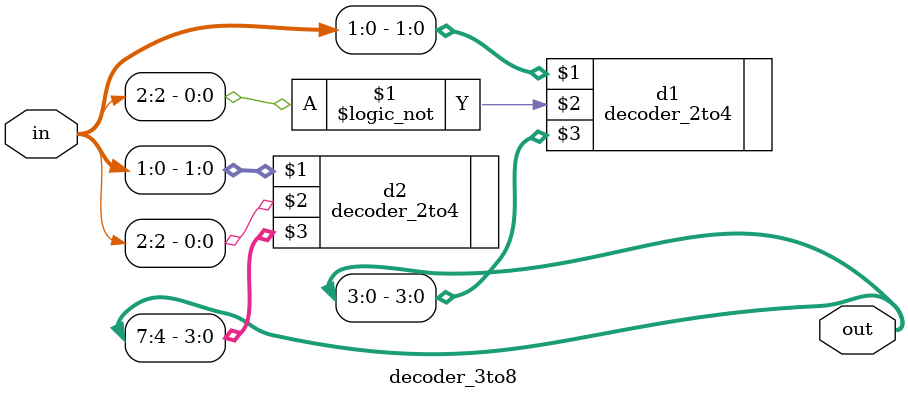
<source format=v>
`include "decoder_2to4.v"

module decoder_3to8 (input[2:0] in, output[7:0] out);
    decoder_2to4 d1 (in[1:0], !in[2], out[3:0]);
    decoder_2to4 d2 (in[1:0], in[2], out[7:4]);
endmodule
</source>
